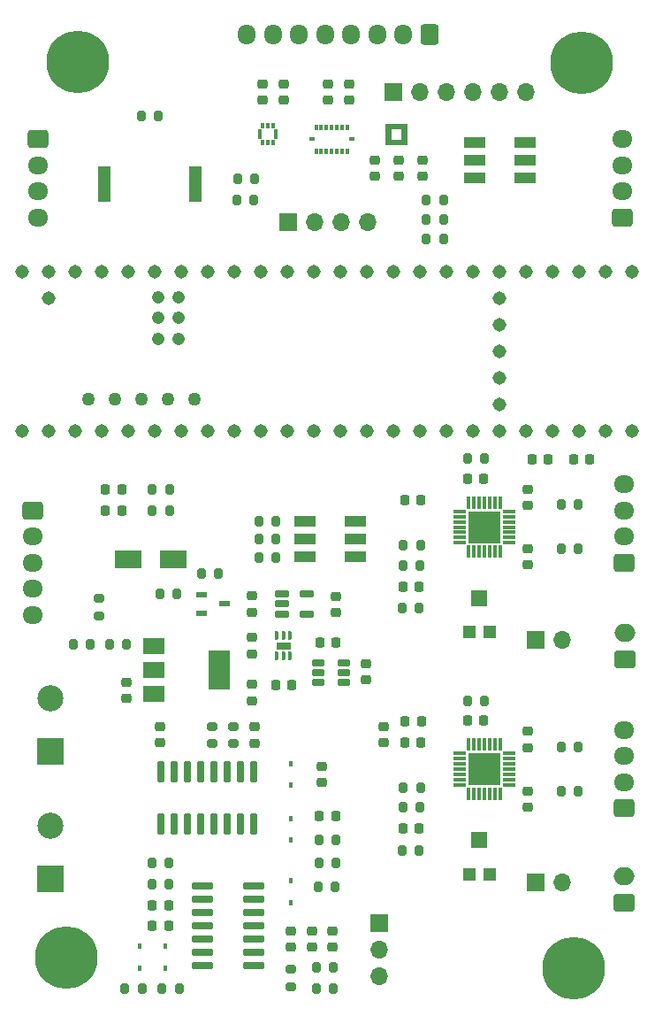
<source format=gbr>
%TF.GenerationSoftware,KiCad,Pcbnew,(6.0.5)*%
%TF.CreationDate,2022-06-08T15:49:38-06:00*%
%TF.ProjectId,main_board,6d61696e-5f62-46f6-9172-642e6b696361,rev?*%
%TF.SameCoordinates,Original*%
%TF.FileFunction,Soldermask,Top*%
%TF.FilePolarity,Negative*%
%FSLAX46Y46*%
G04 Gerber Fmt 4.6, Leading zero omitted, Abs format (unit mm)*
G04 Created by KiCad (PCBNEW (6.0.5)) date 2022-06-08 15:49:38*
%MOMM*%
%LPD*%
G01*
G04 APERTURE LIST*
G04 Aperture macros list*
%AMRoundRect*
0 Rectangle with rounded corners*
0 $1 Rounding radius*
0 $2 $3 $4 $5 $6 $7 $8 $9 X,Y pos of 4 corners*
0 Add a 4 corners polygon primitive as box body*
4,1,4,$2,$3,$4,$5,$6,$7,$8,$9,$2,$3,0*
0 Add four circle primitives for the rounded corners*
1,1,$1+$1,$2,$3*
1,1,$1+$1,$4,$5*
1,1,$1+$1,$6,$7*
1,1,$1+$1,$8,$9*
0 Add four rect primitives between the rounded corners*
20,1,$1+$1,$2,$3,$4,$5,0*
20,1,$1+$1,$4,$5,$6,$7,0*
20,1,$1+$1,$6,$7,$8,$9,0*
20,1,$1+$1,$8,$9,$2,$3,0*%
G04 Aperture macros list end*
%ADD10C,0.010000*%
%ADD11R,2.650000X1.750000*%
%ADD12RoundRect,0.200000X-0.275000X0.200000X-0.275000X-0.200000X0.275000X-0.200000X0.275000X0.200000X0*%
%ADD13RoundRect,0.225000X0.250000X-0.225000X0.250000X0.225000X-0.250000X0.225000X-0.250000X-0.225000X0*%
%ADD14RoundRect,0.250000X0.725000X-0.600000X0.725000X0.600000X-0.725000X0.600000X-0.725000X-0.600000X0*%
%ADD15O,1.950000X1.700000*%
%ADD16RoundRect,0.225000X-0.250000X0.225000X-0.250000X-0.225000X0.250000X-0.225000X0.250000X0.225000X0*%
%ADD17R,2.500000X2.500000*%
%ADD18C,2.500000*%
%ADD19RoundRect,0.200000X0.200000X0.275000X-0.200000X0.275000X-0.200000X-0.275000X0.200000X-0.275000X0*%
%ADD20RoundRect,0.218750X-0.218750X-0.256250X0.218750X-0.256250X0.218750X0.256250X-0.218750X0.256250X0*%
%ADD21RoundRect,0.090000X-0.520000X-0.210000X0.520000X-0.210000X0.520000X0.210000X-0.520000X0.210000X0*%
%ADD22RoundRect,0.250000X-0.725000X0.600000X-0.725000X-0.600000X0.725000X-0.600000X0.725000X0.600000X0*%
%ADD23R,0.450000X0.600000*%
%ADD24RoundRect,0.008100X0.126900X-0.361900X0.126900X0.361900X-0.126900X0.361900X-0.126900X-0.361900X0*%
%ADD25R,1.350000X0.650000*%
%ADD26RoundRect,0.200000X-0.200000X-0.275000X0.200000X-0.275000X0.200000X0.275000X-0.200000X0.275000X0*%
%ADD27C,6.000000*%
%ADD28R,0.300000X1.150000*%
%ADD29R,1.150000X0.300000*%
%ADD30R,3.150000X3.150000*%
%ADD31RoundRect,0.225000X0.225000X0.250000X-0.225000X0.250000X-0.225000X-0.250000X0.225000X-0.250000X0*%
%ADD32RoundRect,0.007000X0.168000X-0.183000X0.168000X0.183000X-0.168000X0.183000X-0.168000X-0.183000X0*%
%ADD33RoundRect,0.200000X0.275000X-0.200000X0.275000X0.200000X-0.275000X0.200000X-0.275000X-0.200000X0*%
%ADD34RoundRect,0.225000X-0.225000X-0.250000X0.225000X-0.250000X0.225000X0.250000X-0.225000X0.250000X0*%
%ADD35R,1.700000X1.700000*%
%ADD36O,1.700000X1.700000*%
%ADD37R,1.200000X1.200000*%
%ADD38R,1.600000X1.500000*%
%ADD39C,1.308000*%
%ADD40C,1.258000*%
%ADD41C,1.208000*%
%ADD42RoundRect,0.250000X0.750000X-0.600000X0.750000X0.600000X-0.750000X0.600000X-0.750000X-0.600000X0*%
%ADD43O,2.000000X1.700000*%
%ADD44R,1.300000X3.400000*%
%ADD45RoundRect,0.250000X0.600000X0.725000X-0.600000X0.725000X-0.600000X-0.725000X0.600000X-0.725000X0*%
%ADD46O,1.700000X1.950000*%
%ADD47R,0.350000X0.590000*%
%ADD48R,0.590000X0.350000*%
%ADD49R,2.000000X1.500000*%
%ADD50R,2.000000X3.800000*%
%ADD51RoundRect,0.060000X-0.615000X0.240000X-0.615000X-0.240000X0.615000X-0.240000X0.615000X0.240000X0*%
%ADD52RoundRect,0.218750X0.218750X0.256250X-0.218750X0.256250X-0.218750X-0.256250X0.218750X-0.256250X0*%
%ADD53RoundRect,0.042000X-0.943000X-0.258000X0.943000X-0.258000X0.943000X0.258000X-0.943000X0.258000X0*%
%ADD54R,1.090000X0.610000*%
%ADD55R,2.000000X1.100000*%
%ADD56RoundRect,0.042000X0.258000X-0.943000X0.258000X0.943000X-0.258000X0.943000X-0.258000X-0.943000X0*%
G04 APERTURE END LIST*
%TO.C,U2*%
G36*
X157915000Y-65475000D02*
G01*
X157440000Y-65475000D01*
X157440000Y-65025000D01*
X157915000Y-65025000D01*
X157915000Y-65475000D01*
G37*
D10*
X157915000Y-65475000D02*
X157440000Y-65475000D01*
X157440000Y-65025000D01*
X157915000Y-65025000D01*
X157915000Y-65475000D01*
G36*
X157915000Y-64975000D02*
G01*
X157440000Y-64975000D01*
X157440000Y-64525000D01*
X157915000Y-64525000D01*
X157915000Y-64975000D01*
G37*
X157915000Y-64975000D02*
X157440000Y-64975000D01*
X157440000Y-64525000D01*
X157915000Y-64525000D01*
X157915000Y-64975000D01*
G36*
X156890000Y-66500000D02*
G01*
X156440000Y-66500000D01*
X156440000Y-66025000D01*
X156890000Y-66025000D01*
X156890000Y-66500000D01*
G37*
X156890000Y-66500000D02*
X156440000Y-66500000D01*
X156440000Y-66025000D01*
X156890000Y-66025000D01*
X156890000Y-66500000D01*
G36*
X157915000Y-66475000D02*
G01*
X157440000Y-66475000D01*
X157440000Y-66025000D01*
X157915000Y-66025000D01*
X157915000Y-66475000D01*
G37*
X157915000Y-66475000D02*
X157440000Y-66475000D01*
X157440000Y-66025000D01*
X157915000Y-66025000D01*
X157915000Y-66475000D01*
G36*
X157390000Y-66500000D02*
G01*
X156940000Y-66500000D01*
X156940000Y-66025000D01*
X157390000Y-66025000D01*
X157390000Y-66500000D01*
G37*
X157390000Y-66500000D02*
X156940000Y-66500000D01*
X156940000Y-66025000D01*
X157390000Y-66025000D01*
X157390000Y-66500000D01*
G36*
X156390000Y-65975000D02*
G01*
X155915000Y-65975000D01*
X155915000Y-65525000D01*
X156390000Y-65525000D01*
X156390000Y-65975000D01*
G37*
X156390000Y-65975000D02*
X155915000Y-65975000D01*
X155915000Y-65525000D01*
X156390000Y-65525000D01*
X156390000Y-65975000D01*
G36*
X156390000Y-66475000D02*
G01*
X155915000Y-66475000D01*
X155915000Y-66025000D01*
X156390000Y-66025000D01*
X156390000Y-66475000D01*
G37*
X156390000Y-66475000D02*
X155915000Y-66475000D01*
X155915000Y-66025000D01*
X156390000Y-66025000D01*
X156390000Y-66475000D01*
G36*
X157915000Y-65975000D02*
G01*
X157440000Y-65975000D01*
X157440000Y-65525000D01*
X157915000Y-65525000D01*
X157915000Y-65975000D01*
G37*
X157915000Y-65975000D02*
X157440000Y-65975000D01*
X157440000Y-65525000D01*
X157915000Y-65525000D01*
X157915000Y-65975000D01*
G36*
X156890000Y-64975000D02*
G01*
X156440000Y-64975000D01*
X156440000Y-64500000D01*
X156890000Y-64500000D01*
X156890000Y-64975000D01*
G37*
X156890000Y-64975000D02*
X156440000Y-64975000D01*
X156440000Y-64500000D01*
X156890000Y-64500000D01*
X156890000Y-64975000D01*
G36*
X156390000Y-64975000D02*
G01*
X155915000Y-64975000D01*
X155915000Y-64525000D01*
X156390000Y-64525000D01*
X156390000Y-64975000D01*
G37*
X156390000Y-64975000D02*
X155915000Y-64975000D01*
X155915000Y-64525000D01*
X156390000Y-64525000D01*
X156390000Y-64975000D01*
G36*
X157390000Y-64975000D02*
G01*
X156940000Y-64975000D01*
X156940000Y-64500000D01*
X157390000Y-64500000D01*
X157390000Y-64975000D01*
G37*
X157390000Y-64975000D02*
X156940000Y-64975000D01*
X156940000Y-64500000D01*
X157390000Y-64500000D01*
X157390000Y-64975000D01*
G36*
X156390000Y-65475000D02*
G01*
X155915000Y-65475000D01*
X155915000Y-65025000D01*
X156390000Y-65025000D01*
X156390000Y-65475000D01*
G37*
X156390000Y-65475000D02*
X155915000Y-65475000D01*
X155915000Y-65025000D01*
X156390000Y-65025000D01*
X156390000Y-65475000D01*
%TD*%
D11*
%TO.C,D10*%
X131250000Y-106190000D03*
X135550000Y-106190000D03*
%TD*%
D12*
%TO.C,R7*%
X141335000Y-122175000D03*
X141335000Y-123825000D03*
%TD*%
D13*
%TO.C,C6*%
X146165000Y-62275000D03*
X146165000Y-60725000D03*
%TD*%
D14*
%TO.C,J7*%
X178750000Y-106500000D03*
D15*
X178750000Y-104000000D03*
X178750000Y-101500000D03*
X178750000Y-99000000D03*
%TD*%
D16*
%TO.C,C41*%
X157165000Y-67975000D03*
X157165000Y-69525000D03*
%TD*%
D17*
%TO.C,J4*%
X123835000Y-124545000D03*
D18*
X123835000Y-119465000D03*
%TD*%
D19*
%TO.C,R6*%
X135160000Y-137250000D03*
X133510000Y-137250000D03*
%TD*%
D16*
%TO.C,C3*%
X154915000Y-67975000D03*
X154915000Y-69525000D03*
%TD*%
D20*
%TO.C,D9*%
X129085000Y-101500000D03*
X130660000Y-101500000D03*
%TD*%
D19*
%TO.C,R31*%
X135197500Y-101500000D03*
X133547500Y-101500000D03*
%TD*%
D21*
%TO.C,U7*%
X149455000Y-116050000D03*
X149455000Y-117000000D03*
X149455000Y-117950000D03*
X151945000Y-117950000D03*
X151945000Y-117000000D03*
X151945000Y-116050000D03*
%TD*%
D19*
%TO.C,R38*%
X161475000Y-71800000D03*
X159825000Y-71800000D03*
%TD*%
D13*
%TO.C,C17*%
X143135000Y-111225000D03*
X143135000Y-109675000D03*
%TD*%
D22*
%TO.C,J9*%
X122135000Y-101500000D03*
D15*
X122135000Y-104000000D03*
X122135000Y-106500000D03*
X122135000Y-109000000D03*
X122135000Y-111500000D03*
%TD*%
D16*
%TO.C,C29*%
X169500000Y-128325000D03*
X169500000Y-129875000D03*
%TD*%
D23*
%TO.C,D2*%
X146835000Y-136950000D03*
X146835000Y-139050000D03*
%TD*%
D24*
%TO.C,U9*%
X145485000Y-115445000D03*
X146135000Y-115445000D03*
X146785000Y-115445000D03*
X146785000Y-113455000D03*
X146135000Y-113455000D03*
X145485000Y-113455000D03*
D25*
X146135000Y-114450000D03*
%TD*%
D26*
%TO.C,R39*%
X134260000Y-109450000D03*
X135910000Y-109450000D03*
%TD*%
D16*
%TO.C,C19*%
X151135000Y-109700000D03*
X151135000Y-111250000D03*
%TD*%
D27*
%TO.C,H4*%
X126450000Y-58600000D03*
%TD*%
D23*
%TO.C,D5*%
X146835000Y-125700000D03*
X146835000Y-127800000D03*
%TD*%
D26*
%TO.C,R33*%
X143760000Y-106000000D03*
X145410000Y-106000000D03*
%TD*%
D13*
%TO.C,C8*%
X134335000Y-123750000D03*
X134335000Y-122200000D03*
%TD*%
D19*
%TO.C,R12*%
X151085000Y-137500000D03*
X149435000Y-137500000D03*
%TD*%
%TO.C,R22*%
X165375000Y-119700000D03*
X163725000Y-119700000D03*
%TD*%
%TO.C,R40*%
X139910000Y-107500000D03*
X138260000Y-107500000D03*
%TD*%
D28*
%TO.C,IC1*%
X166885000Y-123900000D03*
X166385000Y-123900000D03*
X165885000Y-123900000D03*
X165385000Y-123900000D03*
X164885000Y-123900000D03*
X164385000Y-123900000D03*
X163885000Y-123900000D03*
D29*
X163035000Y-124750000D03*
X163035000Y-125250000D03*
X163035000Y-125750000D03*
X163035000Y-126250000D03*
X163035000Y-126750000D03*
X163035000Y-127250000D03*
X163035000Y-127750000D03*
D28*
X163885000Y-128600000D03*
X164385000Y-128600000D03*
X164885000Y-128600000D03*
X165385000Y-128600000D03*
X165885000Y-128600000D03*
X166385000Y-128600000D03*
X166885000Y-128600000D03*
D29*
X167735000Y-127750000D03*
X167735000Y-127250000D03*
X167735000Y-126750000D03*
X167735000Y-126250000D03*
X167735000Y-125750000D03*
X167735000Y-125250000D03*
X167735000Y-124750000D03*
D30*
X165385000Y-126250000D03*
%TD*%
D19*
%TO.C,R11*%
X132585000Y-147250000D03*
X130935000Y-147250000D03*
%TD*%
D26*
%TO.C,R15*%
X125975000Y-114350000D03*
X127625000Y-114350000D03*
%TD*%
D19*
%TO.C,R37*%
X161475000Y-73650000D03*
X159825000Y-73650000D03*
%TD*%
D31*
%TO.C,C33*%
X165325000Y-98450000D03*
X163775000Y-98450000D03*
%TD*%
D16*
%TO.C,C13*%
X149835000Y-125975000D03*
X149835000Y-127525000D03*
%TD*%
D12*
%TO.C,R8*%
X139335000Y-122175000D03*
X139335000Y-123825000D03*
%TD*%
D27*
%TO.C,H2*%
X174650000Y-58650000D03*
%TD*%
D13*
%TO.C,C27*%
X169550000Y-124175000D03*
X169550000Y-122625000D03*
%TD*%
D16*
%TO.C,C26*%
X155750000Y-122175000D03*
X155750000Y-123725000D03*
%TD*%
D32*
%TO.C,U3*%
X143900000Y-65250000D03*
X143900000Y-65750000D03*
X144165000Y-66265000D03*
X144665000Y-66265000D03*
X145165000Y-66265000D03*
X145430000Y-65750000D03*
X145430000Y-65250000D03*
X145165000Y-64735000D03*
X144665000Y-64735000D03*
X144165000Y-64735000D03*
%TD*%
D19*
%TO.C,R41*%
X135197500Y-99500000D03*
X133547500Y-99500000D03*
%TD*%
%TO.C,R9*%
X136160000Y-147250000D03*
X134510000Y-147250000D03*
%TD*%
D33*
%TO.C,R17*%
X128500000Y-111575000D03*
X128500000Y-109925000D03*
%TD*%
D26*
%TO.C,R27*%
X157575000Y-106750000D03*
X159225000Y-106750000D03*
%TD*%
D34*
%TO.C,C20*%
X173925000Y-96650000D03*
X175475000Y-96650000D03*
%TD*%
D23*
%TO.C,D4*%
X146835000Y-133050000D03*
X146835000Y-130950000D03*
%TD*%
%TO.C,D1*%
X134835000Y-145300000D03*
X134835000Y-143200000D03*
%TD*%
D16*
%TO.C,C34*%
X169500000Y-105175000D03*
X169500000Y-106725000D03*
%TD*%
D22*
%TO.C,J10*%
X122635000Y-66000000D03*
D15*
X122635000Y-68500000D03*
X122635000Y-71000000D03*
X122635000Y-73500000D03*
%TD*%
D12*
%TO.C,R4*%
X146835000Y-145425000D03*
X146835000Y-147075000D03*
%TD*%
D26*
%TO.C,R24*%
X172725000Y-124100000D03*
X174375000Y-124100000D03*
%TD*%
D31*
%TO.C,C14*%
X135110000Y-141250000D03*
X133560000Y-141250000D03*
%TD*%
D16*
%TO.C,C16*%
X154070000Y-116135000D03*
X154070000Y-117685000D03*
%TD*%
D14*
%TO.C,J1*%
X178585000Y-73500000D03*
D15*
X178585000Y-71000000D03*
X178585000Y-68500000D03*
X178585000Y-66000000D03*
%TD*%
D13*
%TO.C,C1*%
X152415000Y-62275000D03*
X152415000Y-60725000D03*
%TD*%
%TO.C,C22*%
X131085000Y-119500000D03*
X131085000Y-117950000D03*
%TD*%
D35*
%TO.C,J15*%
X155330000Y-140945000D03*
D36*
X155330000Y-143485000D03*
X155330000Y-146025000D03*
%TD*%
D37*
%TO.C,RV1*%
X163900000Y-113150000D03*
D38*
X164900000Y-109900000D03*
D37*
X165900000Y-113150000D03*
%TD*%
D39*
%TO.C,U4*%
X123665000Y-93870000D03*
X126205000Y-93870000D03*
X128745000Y-93870000D03*
X131285000Y-93870000D03*
X156685000Y-93870000D03*
X126205000Y-78630000D03*
X166845000Y-88790000D03*
X133825000Y-93870000D03*
X136365000Y-93870000D03*
D40*
X127475000Y-90820000D03*
D39*
X138905000Y-93870000D03*
X141445000Y-93870000D03*
X143985000Y-93870000D03*
X146525000Y-93870000D03*
X149065000Y-93870000D03*
X151605000Y-93870000D03*
X154145000Y-93870000D03*
X154145000Y-78630000D03*
X151605000Y-78630000D03*
X149065000Y-78630000D03*
X146525000Y-78630000D03*
X143985000Y-78630000D03*
X141445000Y-78630000D03*
X138905000Y-78630000D03*
X136365000Y-78630000D03*
X133825000Y-78630000D03*
X131285000Y-78630000D03*
X128745000Y-78630000D03*
X159225000Y-93870000D03*
X161765000Y-93870000D03*
X164305000Y-93870000D03*
X166845000Y-93870000D03*
X169385000Y-93870000D03*
X171925000Y-93870000D03*
X174465000Y-93870000D03*
X177005000Y-93870000D03*
X179545000Y-93870000D03*
X179545000Y-78630000D03*
X177005000Y-78630000D03*
X174465000Y-78630000D03*
X171925000Y-78630000D03*
X169385000Y-78630000D03*
X166845000Y-78630000D03*
X164305000Y-78630000D03*
X161765000Y-78630000D03*
X159225000Y-78630000D03*
D40*
X132555000Y-90820000D03*
X130015000Y-90820000D03*
D39*
X121125000Y-93870000D03*
X156685000Y-78630000D03*
X123665000Y-78630000D03*
X166845000Y-86250000D03*
D41*
X136095000Y-83080000D03*
X134095000Y-83080000D03*
D39*
X166845000Y-81170000D03*
X166845000Y-83710000D03*
D41*
X134095000Y-81080000D03*
X136095000Y-81080000D03*
X136095000Y-85080000D03*
X134095000Y-85080000D03*
D40*
X135095000Y-90820000D03*
X137635000Y-90820000D03*
D39*
X166845000Y-91330000D03*
X121125000Y-78630000D03*
X123665000Y-81170000D03*
%TD*%
D28*
%TO.C,IC2*%
X166885000Y-100750000D03*
X166385000Y-100750000D03*
X165885000Y-100750000D03*
X165385000Y-100750000D03*
X164885000Y-100750000D03*
X164385000Y-100750000D03*
X163885000Y-100750000D03*
D29*
X163035000Y-101600000D03*
X163035000Y-102100000D03*
X163035000Y-102600000D03*
X163035000Y-103100000D03*
X163035000Y-103600000D03*
X163035000Y-104100000D03*
X163035000Y-104600000D03*
D28*
X163885000Y-105450000D03*
X164385000Y-105450000D03*
X164885000Y-105450000D03*
X165385000Y-105450000D03*
X165885000Y-105450000D03*
X166385000Y-105450000D03*
X166885000Y-105450000D03*
D29*
X167735000Y-104600000D03*
X167735000Y-104100000D03*
X167735000Y-103600000D03*
X167735000Y-103100000D03*
X167735000Y-102600000D03*
X167735000Y-102100000D03*
X167735000Y-101600000D03*
D30*
X165385000Y-103100000D03*
%TD*%
D35*
%TO.C,J8*%
X156650000Y-61450000D03*
D36*
X159190000Y-61450000D03*
X161730000Y-61450000D03*
X164270000Y-61450000D03*
X166810000Y-61450000D03*
X169350000Y-61450000D03*
%TD*%
D42*
%TO.C,J11*%
X178785000Y-139000000D03*
D43*
X178785000Y-136500000D03*
%TD*%
D26*
%TO.C,R5*%
X133510000Y-135250000D03*
X135160000Y-135250000D03*
%TD*%
D44*
%TO.C,BZ1*%
X128985000Y-70250000D03*
X137685000Y-70250000D03*
%TD*%
D13*
%TO.C,C5*%
X144165000Y-62275000D03*
X144165000Y-60725000D03*
%TD*%
D16*
%TO.C,C21*%
X143135000Y-113675000D03*
X143135000Y-115225000D03*
%TD*%
D26*
%TO.C,R23*%
X157575000Y-129900000D03*
X159225000Y-129900000D03*
%TD*%
%TO.C,R28*%
X172725000Y-100950000D03*
X174375000Y-100950000D03*
%TD*%
%TO.C,R10*%
X149260000Y-147250000D03*
X150910000Y-147250000D03*
%TD*%
D31*
%TO.C,C36*%
X171475000Y-96650000D03*
X169925000Y-96650000D03*
%TD*%
%TO.C,C32*%
X159125000Y-131950000D03*
X157575000Y-131950000D03*
%TD*%
D34*
%TO.C,C10*%
X149560000Y-130750000D03*
X151110000Y-130750000D03*
%TD*%
D19*
%TO.C,R35*%
X145410000Y-102500000D03*
X143760000Y-102500000D03*
%TD*%
D45*
%TO.C,J5*%
X160100000Y-56000000D03*
D46*
X157600000Y-56000000D03*
X155100000Y-56000000D03*
X152600000Y-56000000D03*
X150100000Y-56000000D03*
X147600000Y-56000000D03*
X145100000Y-56000000D03*
X142600000Y-56000000D03*
%TD*%
D17*
%TO.C,J3*%
X123835000Y-136750000D03*
D18*
X123835000Y-131670000D03*
%TD*%
D16*
%TO.C,C7*%
X143335000Y-122225000D03*
X143335000Y-123775000D03*
%TD*%
D31*
%TO.C,C11*%
X135110000Y-139250000D03*
X133560000Y-139250000D03*
%TD*%
D23*
%TO.C,D3*%
X132335000Y-145300000D03*
X132335000Y-143200000D03*
%TD*%
D31*
%TO.C,C30*%
X159275000Y-123700000D03*
X157725000Y-123700000D03*
%TD*%
D35*
%TO.C,J2*%
X146570000Y-73950000D03*
D36*
X149110000Y-73950000D03*
X151650000Y-73950000D03*
X154190000Y-73950000D03*
%TD*%
D26*
%TO.C,R29*%
X172725000Y-105200000D03*
X174375000Y-105200000D03*
%TD*%
%TO.C,R19*%
X157475000Y-110850000D03*
X159125000Y-110850000D03*
%TD*%
D31*
%TO.C,C28*%
X165325000Y-121600000D03*
X163775000Y-121600000D03*
%TD*%
D26*
%TO.C,R2*%
X141640000Y-71800000D03*
X143290000Y-71800000D03*
%TD*%
%TO.C,R25*%
X172725000Y-128350000D03*
X174375000Y-128350000D03*
%TD*%
%TO.C,R36*%
X159825000Y-75500000D03*
X161475000Y-75500000D03*
%TD*%
D47*
%TO.C,U1*%
X149250000Y-64835000D03*
X149750000Y-64835000D03*
X150250000Y-64835000D03*
X150750000Y-64835000D03*
X151250000Y-64835000D03*
X151750000Y-64835000D03*
X152250000Y-64835000D03*
D48*
X152665000Y-66000000D03*
D47*
X152250000Y-67165000D03*
X151750000Y-67165000D03*
X151250000Y-67165000D03*
X150750000Y-67165000D03*
X150250000Y-67165000D03*
X149750000Y-67165000D03*
X149250000Y-67165000D03*
D48*
X148835000Y-66000000D03*
%TD*%
D26*
%TO.C,R3*%
X141725000Y-69800000D03*
X143375000Y-69800000D03*
%TD*%
%TO.C,R1*%
X149260000Y-145250000D03*
X150910000Y-145250000D03*
%TD*%
D13*
%TO.C,C23*%
X143135000Y-119700000D03*
X143135000Y-118150000D03*
%TD*%
D27*
%TO.C,H1*%
X125300000Y-144250000D03*
%TD*%
D49*
%TO.C,U10*%
X133685000Y-114450000D03*
X133685000Y-116750000D03*
X133685000Y-119050000D03*
D50*
X139985000Y-116750000D03*
%TD*%
D26*
%TO.C,R21*%
X157625000Y-128000000D03*
X159275000Y-128000000D03*
%TD*%
%TO.C,R20*%
X157625000Y-104850000D03*
X159275000Y-104850000D03*
%TD*%
%TO.C,R30*%
X157475000Y-134000000D03*
X159125000Y-134000000D03*
%TD*%
D51*
%TO.C,U8*%
X145950000Y-109500000D03*
X145950000Y-110450000D03*
X145950000Y-111400000D03*
X148320000Y-111400000D03*
X148320000Y-109500000D03*
%TD*%
D52*
%TO.C,D8*%
X130660000Y-99500000D03*
X129085000Y-99500000D03*
%TD*%
D34*
%TO.C,C24*%
X145360000Y-118200000D03*
X146910000Y-118200000D03*
%TD*%
D16*
%TO.C,C15*%
X148835000Y-141725000D03*
X148835000Y-143275000D03*
%TD*%
D27*
%TO.C,H3*%
X173950000Y-145300000D03*
%TD*%
D31*
%TO.C,C35*%
X159275000Y-100550000D03*
X157725000Y-100550000D03*
%TD*%
D26*
%TO.C,R13*%
X149510000Y-135250000D03*
X151160000Y-135250000D03*
%TD*%
D53*
%TO.C,U5*%
X138360000Y-137440000D03*
X138360000Y-138710000D03*
X138360000Y-139980000D03*
X138360000Y-141250000D03*
X138360000Y-142520000D03*
X138360000Y-143790000D03*
X138360000Y-145060000D03*
X143310000Y-145060000D03*
X143310000Y-143790000D03*
X143310000Y-142520000D03*
X143310000Y-141250000D03*
X143310000Y-139980000D03*
X143310000Y-138710000D03*
X143310000Y-137440000D03*
%TD*%
D13*
%TO.C,C2*%
X150415000Y-62275000D03*
X150415000Y-60725000D03*
%TD*%
D35*
%TO.C,J13*%
X170325000Y-113900000D03*
D36*
X172865000Y-113900000D03*
%TD*%
D19*
%TO.C,R26*%
X165375000Y-96550000D03*
X163725000Y-96550000D03*
%TD*%
D16*
%TO.C,C4*%
X159415000Y-67975000D03*
X159415000Y-69525000D03*
%TD*%
D34*
%TO.C,C31*%
X157775000Y-121650000D03*
X159325000Y-121650000D03*
%TD*%
D42*
%TO.C,J12*%
X178835000Y-115750000D03*
D43*
X178835000Y-113250000D03*
%TD*%
D54*
%TO.C,Q1*%
X138315000Y-109535000D03*
X138315000Y-111365000D03*
X140455000Y-110450000D03*
%TD*%
D16*
%TO.C,C12*%
X146835000Y-141725000D03*
X146835000Y-143275000D03*
%TD*%
D26*
%TO.C,R16*%
X129475000Y-114350000D03*
X131125000Y-114350000D03*
%TD*%
D37*
%TO.C,RV2*%
X163900000Y-136300000D03*
D38*
X164900000Y-133050000D03*
D37*
X165900000Y-136300000D03*
%TD*%
D26*
%TO.C,R18*%
X132510000Y-63750000D03*
X134160000Y-63750000D03*
%TD*%
D31*
%TO.C,C37*%
X159125000Y-108800000D03*
X157575000Y-108800000D03*
%TD*%
D19*
%TO.C,R34*%
X145410000Y-104250000D03*
X143760000Y-104250000D03*
%TD*%
D16*
%TO.C,C9*%
X150835000Y-141725000D03*
X150835000Y-143275000D03*
%TD*%
D19*
%TO.C,R14*%
X151160000Y-133000000D03*
X149510000Y-133000000D03*
%TD*%
D13*
%TO.C,C25*%
X169550000Y-101025000D03*
X169550000Y-99475000D03*
%TD*%
D55*
%TO.C,D7*%
X169235000Y-69700000D03*
X169235000Y-68000000D03*
X169235000Y-66300000D03*
X164435000Y-66300000D03*
X164435000Y-68000000D03*
X164435000Y-69700000D03*
%TD*%
D34*
%TO.C,C18*%
X149585000Y-114160000D03*
X151135000Y-114160000D03*
%TD*%
D56*
%TO.C,U6*%
X134390000Y-131475000D03*
X135660000Y-131475000D03*
X136930000Y-131475000D03*
X138200000Y-131475000D03*
X139470000Y-131475000D03*
X140740000Y-131475000D03*
X142010000Y-131475000D03*
X143280000Y-131475000D03*
X143280000Y-126525000D03*
X142010000Y-126525000D03*
X140740000Y-126525000D03*
X139470000Y-126525000D03*
X138200000Y-126525000D03*
X136930000Y-126525000D03*
X135660000Y-126525000D03*
X134390000Y-126525000D03*
%TD*%
D55*
%TO.C,D6*%
X152985000Y-105950000D03*
X152985000Y-104250000D03*
X152985000Y-102550000D03*
X148185000Y-102550000D03*
X148185000Y-104250000D03*
X148185000Y-105950000D03*
%TD*%
D35*
%TO.C,J14*%
X170325000Y-137050000D03*
D36*
X172865000Y-137050000D03*
%TD*%
D14*
%TO.C,J6*%
X178750000Y-130000000D03*
D15*
X178750000Y-127500000D03*
X178750000Y-125000000D03*
X178750000Y-122500000D03*
%TD*%
M02*

</source>
